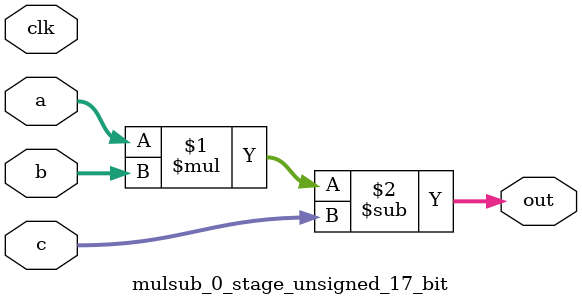
<source format=sv>
(* use_dsp = "yes" *) module mulsub_0_stage_unsigned_17_bit(
	input  [16:0] a,
	input  [16:0] b,
	input  [16:0] c,
	output [16:0] out,
	input clk);

	assign out = (a * b) - c;
endmodule

</source>
